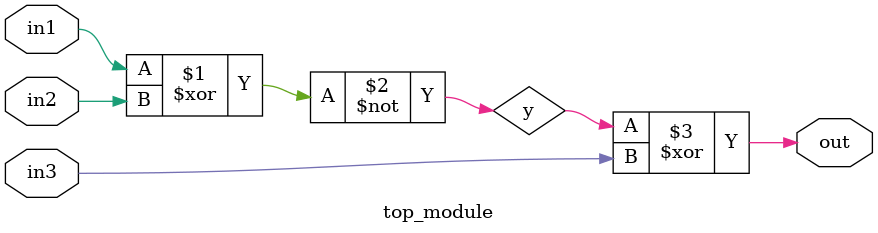
<source format=v>
module top_module (
    input in1,
    input in2,
    input in3,
    output out);
	
    wire y;
    assign y = ~(in1^in2);
    assign out = y^in3;
	
endmodule

</source>
